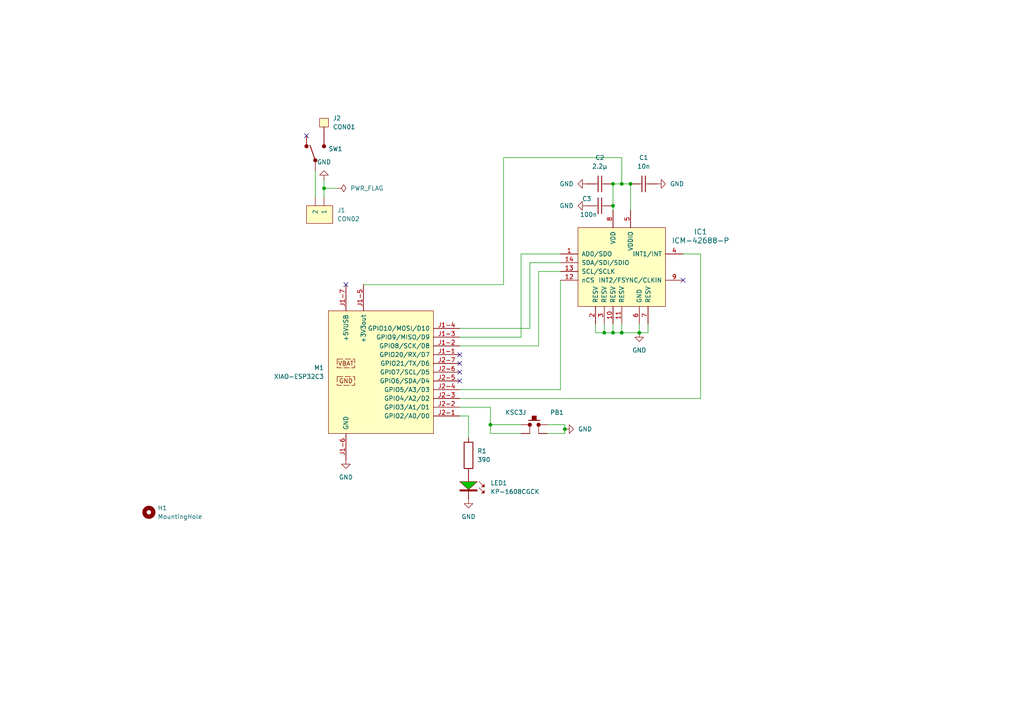
<source format=kicad_sch>
(kicad_sch (version 20250114) (generator "eeschema") (generator_version "9.0")
  (paper "A4")
  (lib_symbols
    (symbol "Mechanical:MountingHole" (pin_names (offset 1.016)) (in_bom no)
      (property "Reference" "H" (at 0 5.08 0))
      (property "Value" "MountingHole" (at 0 3.175 0))
      (symbol "MountingHole_0_1"
        (circle (center 0 0) (radius 1.27) (stroke (width 1.27)))
      )
    )
    (symbol "_GRZ_Connectors:CON01" (pin_numbers (hide yes)) (pin_names (offset 0) (hide yes))
      (property "Reference" "J" (at 3.81 2.54 0))
      (property "Value" "CON01" (at 5.08 -2.54 0))
      (symbol "CON01_0_1"
        (rectangle (start 2.54 1.27) (end 5.08 -1.27) (stroke (width 0.1524)) (fill (type background)))
      )
      (symbol "CON01_1_1"
        (pin passive line (at 0 0 0) (length 2.54) (name "~") (number "1"))
      )
    )
    (symbol "_GRZ_Connectors:CON02" (pin_numbers (hide yes)) (pin_names (offset 1.016))
      (property "Reference" "J" (at 5.08 3.81 0))
      (property "Value" "CON02" (at 5.08 -6.35 0))
      (symbol "CON02_0_1"
        (rectangle (start 2.54 2.54) (end 7.62 -5.08) (stroke (width 0.1524)) (fill (type background)))
      )
      (symbol "CON02_1_1"
        (pin passive line (at 0 0 0) (length 2.54) (name "1") (number "1"))
        (pin passive line (at 0 -2.54 0) (length 2.54) (name "2") (number "2"))
      )
    )
    (symbol "_GRZ_Modules:XIAO-ESP32C3" (pin_names (offset 1.016))
      (property "Reference" "M" (at -14.478 19.558 0))
      (property "Value" "XIAO-ESP32C3" (at 20.32 36.83 0))
      (symbol "XIAO-ESP32C3_1_1"
        (rectangle (start -15.24 17.78) (end 15.24 -17.78) (stroke (width 0.1524)) (fill (type background)))
        (rectangle (start -12.7 3.81) (end -7.62 1.27) (stroke (width 0) (type dash)))
        (rectangle (start -12.7 -1.27) (end -7.62 -3.81) (stroke (width 0) (type dash)))
        (text "VBAT" (at -10.16 2.54 0) (effects (font (size 1.27 1.27))))
        (text "GND" (at -10.16 -2.54 0) (effects (font (size 1.27 1.27))))
        (pin power_out line (at -10.16 25.4 270) (length 7.62) (name "+5VUSB") (number "J1-7"))
        (pin power_in line (at -10.16 -25.4 90) (length 7.62) (name "GND") (number "J1-6"))
        (pin power_out line (at -5.08 25.4 270) (length 7.62) (name "+3V3out") (number "J1-5"))
        (pin bidirectional line (at 22.86 12.7 180) (length 7.62) (name "GPIO10/MOSI/D10") (number "J1-4"))
        (pin bidirectional line (at 22.86 10.16 180) (length 7.62) (name "GPIO9/MISO/D9") (number "J1-3"))
        (pin bidirectional line (at 22.86 7.62 180) (length 7.62) (name "GPIO8/SCK/D8") (number "J1-2"))
        (pin bidirectional line (at 22.86 5.08 180) (length 7.62) (name "GPIO20/RX/D7") (number "J1-1"))
        (pin bidirectional line (at 22.86 2.54 180) (length 7.62) (name "GPIO21/TX/D6") (number "J2-7"))
        (pin bidirectional line (at 22.86 0 180) (length 7.62) (name "GPIO7/SCL/D5") (number "J2-6"))
        (pin bidirectional line (at 22.86 -2.54 180) (length 7.62) (name "GPIO6/SDA/D4") (number "J2-5"))
        (pin bidirectional line (at 22.86 -5.08 180) (length 7.62) (name "GPIO5/A3/D3") (number "J2-4"))
        (pin bidirectional line (at 22.86 -7.62 180) (length 7.62) (name "GPIO4/A2/D2") (number "J2-3"))
        (pin bidirectional line (at 22.86 -10.16 180) (length 7.62) (name "GPIO3/A1/D1") (number "J2-2"))
        (pin bidirectional line (at 22.86 -12.7 180) (length 7.62) (name "GPIO2/A0/D0") (number "J2-1"))
      )
    )
    (symbol "_GRZ_Opto:KP-1608CGCK" (pin_numbers (hide yes)) (pin_names (offset 0) (hide yes))
      (property "Reference" "LED" (at 1.27 6.35 0))
      (property "Value" "KP-1608CGCK" (at 1.27 -3.81 0))
      (symbol "KP-1608CGCK_1_1"
        (polyline (pts (xy 0 3.048) (xy 1.524 4.572)) (stroke (width 0.1524)))
        (polyline (pts (xy 0 2.54) (xy 0 -2.54) (xy 2.286 0) (xy 0 2.54)) (stroke (width 0.1524)) (fill (type color) (color 0 194 0 1)))
        (polyline (pts (xy 0.762 4.572) (xy 1.524 4.572) (xy 1.524 3.81) (xy 0.762 4.572)) (stroke (width 0.1524)) (fill (type outline)))
        (polyline (pts (xy 1.778 3.048) (xy 3.302 4.572)) (stroke (width 0.1524)))
        (rectangle (start 2.286 2.54) (end 2.794 -2.54) (stroke (width 0.0254)) (fill (type outline)))
        (polyline (pts (xy 2.54 4.572) (xy 3.302 4.572) (xy 3.302 3.81) (xy 2.54 4.572)) (stroke (width 0.1524)) (fill (type outline)))
        (pin passive line (at -2.54 0 0) (length 2.54) (name "A") (number "2"))
        (pin passive line (at 5.08 0 180) (length 2.54) (name "K") (number "1"))
      )
    )
    (symbol "_GRZ_Passive:CAP" (pin_numbers (hide yes)) (pin_names (offset 0) (hide yes))
      (property "Reference" "C" (at 5.08 0 0))
      (property "Value" "CAP" (at 5.08 -2.54 0))
      (symbol "CAP_0_1"
        (polyline (pts (xy -2.286 -0.762) (xy 2.286 -0.762)) (stroke (width 0.254)))
        (polyline (pts (xy -2.286 -1.778) (xy 2.286 -1.778)) (stroke (width 0.254)))
        (polyline (pts (xy 0 -0.762) (xy 0 0)) (stroke (width 0.1524)))
        (polyline (pts (xy 0 -2.54) (xy 0 -1.778)) (stroke (width 0.1524)))
      )
      (symbol "CAP_1_1"
        (pin passive line (at 0 2.54 270) (length 2.54) (name "~") (number "1"))
        (pin passive line (at 0 -5.08 90) (length 2.54) (name "~") (number "2"))
      )
    )
    (symbol "_GRZ_Passive:RES2" (pin_numbers (hide yes)) (pin_names (offset 0))
      (property "Reference" "R" (at 3.175 1.905 0))
      (property "Value" "RES2" (at 4.445 -1.905 0))
      (symbol "RES2_0_1"
        (rectangle (start -1.27 3.81) (end 1.27 -3.81) (stroke (width 0.254)))
      )
      (symbol "RES2_1_1"
        (pin passive line (at 0 5.08 270) (length 1.27) (name "~") (number "1"))
        (pin passive line (at 0 -5.08 90) (length 1.27) (name "~") (number "2"))
      )
    )
    (symbol "_GRZ_Power:PWR_FLAG" (power) (pin_numbers (hide yes)) (pin_names (offset 0) (hide yes))
      (property "Value" "PWR_FLAG" (at 0 3.81 0))
      (symbol "PWR_FLAG_0_0"
        (pin power_out line (at 0 0 90) (length 0) (name "pwr") (number "1"))
      )
      (symbol "PWR_FLAG_0_1"
        (polyline (pts (xy 0 0) (xy 0 1.27) (xy -1.016 1.905) (xy 0 2.54) (xy 1.016 1.905) (xy 0 1.27)))
      )
    )
    (symbol "_GRZ_Sensors:ICM-42688-P" (pin_names (offset 1.016))
      (property "Reference" "IC" (at -7.62 12.7 0))
      (property "Value" "ICM-42688-P" (at 12.7 12.7 0))
      (symbol "ICM-42688-P_1_1"
        (rectangle (start -12.7 10.16) (end 12.7 -12.7) (stroke (width 0.1524)) (fill (type background)))
        (pin bidirectional line (at -17.78 2.54 0) (length 5.08) (name "AD0/SDO") (number "1"))
        (pin bidirectional line (at -17.78 0 0) (length 5.08) (name "SDA/SDI/SDIO") (number "14"))
        (pin bidirectional line (at -17.78 -2.54 0) (length 5.08) (name "SCL/SCLK") (number "13"))
        (pin input line (at -17.78 -5.08 0) (length 5.08) (name "nCS") (number "12"))
        (pin passive line (at -7.62 -17.78 90) (length 5.08) (name "RESV") (number "2"))
        (pin passive line (at -5.08 -17.78 90) (length 5.08) (name "RESV") (number "3"))
        (pin power_in line (at -2.54 15.24 270) (length 5.08) (name "VDD") (number "8"))
        (pin passive line (at -2.54 -17.78 90) (length 5.08) (name "RESV") (number "10"))
        (pin passive line (at 0 -17.78 90) (length 5.08) (name "RESV") (number "11"))
        (pin power_in line (at 2.54 15.24 270) (length 5.08) (name "VDDIO") (number "5"))
        (pin power_in line (at 5.08 -17.78 90) (length 5.08) (name "GND") (number "6"))
        (pin passive line (at 7.62 -17.78 90) (length 5.08) (name "RESV") (number "7"))
        (pin output line (at 17.78 2.54 180) (length 5.08) (name "INT1/INT") (number "4"))
        (pin bidirectional line (at 17.78 -5.08 180) (length 5.08) (name "INT2/FSYNC/CLKIN") (number "9"))
      )
    )
    (symbol "_GRZ_Switches:1K2" (pin_numbers (hide yes)) (pin_names (offset 0) (hide yes))
      (property "Reference" "SW" (at 0 4.318 0))
      (property "Value" "1K2" (at 0 -5.08 0))
      (symbol "1K2_0_0"
        (circle (center -2.032 0) (radius 0.508) (fill (type outline)))
        (circle (center 2.032 -2.54) (radius 0.508) (fill (type outline)))
      )
      (symbol "1K2_0_1"
        (polyline (pts (xy -2.032 0) (xy 2.286 1.524)) (stroke (width 0.254)))
        (circle (center 2.032 2.54) (radius 0.508) (fill (type outline)))
      )
      (symbol "1K2_1_1"
        (pin passive line (at -5.08 0 0) (length 2.54) (name "~") (number "1"))
        (pin passive line (at 5.08 2.54 180) (length 2.54) (name "~") (number "2"))
        (pin passive line (at 5.08 -2.54 180) (length 2.54) (name "~") (number "3"))
      )
    )
    (symbol "_GRZ_Switches:KSC3J" (pin_numbers (hide yes)) (pin_names (offset 1.016) (hide yes))
      (property "Reference" "PB" (at 0 10.16 0))
      (property "Value" "KSC3J" (at 0 7.62 0))
      (symbol "KSC3J_0_0"
        (pin passive line (at -2.54 2.54 0) (length 1.27) (name "~") (number "4"))
        (pin passive line (at 5.08 2.54 180) (length 1.27) (name "~") (number "3"))
      )
      (symbol "KSC3J_0_1"
        (polyline (pts (xy -1.27 2.54) (xy -0.508 2.54)))
        (circle (center 0 2.54) (radius 0.508) (fill (type outline)))
        (polyline (pts (xy 0 2.54) (xy 0 0)))
        (rectangle (start 0.635 3.81) (end 1.905 5.08) (stroke (width 0.1524)) (fill (type outline)))
        (polyline (pts (xy 2.54 2.54) (xy 2.54 0)))
        (circle (center 2.54 2.54) (radius 0.508) (fill (type outline)))
        (polyline (pts (xy 2.921 3.81) (xy -0.381 3.81)) (stroke (width 0.254)))
        (polyline (pts (xy 3.81 2.54) (xy 3.048 2.54)))
        (pin passive line (at -2.54 0 0) (length 2.54) (name "~") (number "1"))
        (pin passive line (at 5.08 0 180) (length 2.54) (name "~") (number "2"))
      )
    )
    (symbol "power:GND" (power) (pin_numbers (hide yes)) (pin_names (offset 0) (hide yes))
      (property "Value" "GND" (at 0 -3.81 0))
      (symbol "GND_0_1"
        (polyline (pts (xy 0 0) (xy 0 -1.27) (xy 1.27 -1.27) (xy 0 -2.54) (xy -1.27 -1.27) (xy 0 -1.27)))
      )
      (symbol "GND_1_1"
        (pin power_in line (at 0 0 270) (length 0) (name "~") (number "1"))
      )
    )
  )
  (junction (at 182.88 53.34))
  (junction (at 177.8 59.69))
  (junction (at 177.8 53.34))
  (junction (at 163.83 124.46))
  (junction (at 185.42 96.52))
  (junction (at 142.24 123.19))
  (junction (at 177.8 96.52))
  (junction (at 175.26 96.52))
  (junction (at 180.34 96.52))
  (junction (at 180.34 53.34))
  (junction (at 93.98 54.61))
  (no_connect (at 133.35 107.95))
  (no_connect (at 88.9 39.37))
  (no_connect (at 133.35 102.87))
  (no_connect (at 133.35 105.41))
  (no_connect (at 198.12 81.28))
  (no_connect (at 133.35 110.49))
  (no_connect (at 100.33 82.55))
  (wire (pts (xy 182.88 53.34) (xy 182.88 60.96)))
  (wire (pts (xy 187.96 96.52) (xy 187.96 93.98)))
  (wire (pts (xy 198.12 73.66) (xy 203.2 73.66)))
  (wire (pts (xy 175.26 93.98) (xy 175.26 96.52)))
  (wire (pts (xy 153.67 95.25) (xy 153.67 76.2)))
  (wire (pts (xy 172.72 93.98) (xy 172.72 96.52)))
  (wire (pts (xy 177.8 59.69) (xy 177.8 53.34)))
  (wire (pts (xy 203.2 73.66) (xy 203.2 115.57)))
  (wire (pts (xy 185.42 93.98) (xy 185.42 96.52)))
  (wire (pts (xy 146.05 45.72) (xy 146.05 82.55)))
  (wire (pts (xy 151.13 97.79) (xy 151.13 73.66)))
  (wire (pts (xy 93.98 54.61) (xy 93.98 52.07)))
  (wire (pts (xy 156.21 100.33) (xy 156.21 78.74)))
  (wire (pts (xy 175.26 96.52) (xy 177.8 96.52)))
  (wire (pts (xy 156.21 78.74) (xy 162.56 78.74)))
  (wire (pts (xy 177.8 93.98) (xy 177.8 96.52)))
  (wire (pts (xy 180.34 53.34) (xy 182.88 53.34)))
  (wire (pts (xy 133.35 118.11) (xy 142.24 118.11)))
  (wire (pts (xy 180.34 96.52) (xy 185.42 96.52)))
  (wire (pts (xy 151.13 73.66) (xy 162.56 73.66)))
  (wire (pts (xy 177.8 96.52) (xy 180.34 96.52)))
  (wire (pts (xy 142.24 118.11) (xy 142.24 123.19)))
  (wire (pts (xy 97.79 54.61) (xy 93.98 54.61)))
  (wire (pts (xy 185.42 96.52) (xy 187.96 96.52)))
  (wire (pts (xy 163.83 124.46) (xy 163.83 125.73)))
  (wire (pts (xy 133.35 120.65) (xy 135.89 120.65)))
  (wire (pts (xy 105.41 82.55) (xy 146.05 82.55)))
  (wire (pts (xy 177.8 53.34) (xy 180.34 53.34)))
  (wire (pts (xy 162.56 113.03) (xy 162.56 81.28)))
  (wire (pts (xy 133.35 97.79) (xy 151.13 97.79)))
  (wire (pts (xy 93.98 57.15) (xy 93.98 54.61)))
  (wire (pts (xy 146.05 45.72) (xy 180.34 45.72)))
  (wire (pts (xy 133.35 100.33) (xy 156.21 100.33)))
  (wire (pts (xy 142.24 123.19) (xy 142.24 125.73)))
  (wire (pts (xy 180.34 45.72) (xy 180.34 53.34)))
  (wire (pts (xy 177.8 60.96) (xy 177.8 59.69)))
  (wire (pts (xy 91.44 57.15) (xy 91.44 49.53)))
  (wire (pts (xy 133.35 113.03) (xy 162.56 113.03)))
  (wire (pts (xy 133.35 95.25) (xy 153.67 95.25)))
  (wire (pts (xy 142.24 123.19) (xy 151.13 123.19)))
  (wire (pts (xy 158.75 123.19) (xy 163.83 123.19)))
  (wire (pts (xy 172.72 96.52) (xy 175.26 96.52)))
  (wire (pts (xy 153.67 76.2) (xy 162.56 76.2)))
  (wire (pts (xy 163.83 125.73) (xy 158.75 125.73)))
  (wire (pts (xy 163.83 123.19) (xy 163.83 124.46)))
  (wire (pts (xy 180.34 93.98) (xy 180.34 96.52)))
  (wire (pts (xy 203.2 115.57) (xy 133.35 115.57)))
  (wire (pts (xy 135.89 120.65) (xy 135.89 127)))
  (wire (pts (xy 151.13 125.73) (xy 142.24 125.73)))
  (symbol (lib_id "_GRZ_Power:PWR_FLAG") (at 97.79 54.61 270) (unit 1)
    (property "Reference" "#FLG01" (effects (hide yes)))
    (property "Value" "PWR_FLAG" (at 101.6 54.6099 90) (effects (justify left)))
  )
  (symbol (lib_id "_GRZ_Switches:1K2") (at 91.44 44.45 90) (unit 1)
    (property "Reference" "SW1" (at 95.25 43.1799 90) (effects (justify right)))
    (property "Value" "1K2" (effects (hide yes)))
    (property "Footprint" "_Switches_GRZ:1K2_90deg" (effects (hide yes)))
    (property "Description" "Switch, single pole double throw" (effects (hide yes)))
  )
  (symbol (lib_id "power:GND") (at 100.33 133.35 0) (unit 1)
    (property "Reference" "#PWR01" (effects (hide yes)))
    (property "Value" "GND" (at 100.33 138.43 0))
    (property "Description" "Power symbol creates a global label with name \"GND\" , ground" (effects (hide yes)))
  )
  (symbol (lib_id "power:GND") (at 135.89 144.78 0) (unit 1)
    (property "Reference" "#PWR06" (effects (hide yes)))
    (property "Value" "GND" (at 135.89 149.86 0))
    (property "Description" "Power symbol creates a global label with name \"GND\" , ground" (effects (hide yes)))
  )
  (symbol (lib_id "_GRZ_Sensors:ICM-42688-P") (at 180.34 76.2 0) (unit 1)
    (property "Reference" "IC1" (at 203.2 67.2398 0) (effects (font (size 1.524 1.524))))
    (property "Value" "ICM-42688-P" (at 203.2 69.7798 0) (effects (font (size 1.524 1.524))))
    (property "Footprint" "_Sensors_GRZ:ICM-42688-P" (effects (hide yes)))
    (property "MFR" "TDK Invensense" (effects (hide yes)))
  )
  (symbol (lib_id "power:GND") (at 190.5 53.34 90) (unit 1)
    (property "Reference" "#PWR08" (effects (hide yes)))
    (property "Value" "GND" (at 194.31 53.3399 90) (effects (justify right)))
    (property "Description" "Power symbol creates a global label with name \"GND\" , ground" (effects (hide yes)))
  )
  (symbol (lib_id "_GRZ_Passive:RES2") (at 135.89 132.08 180) (unit 1)
    (property "Reference" "R1" (at 138.43 130.8099 0) (effects (justify right)))
    (property "Value" "390" (at 138.43 133.3499 0) (effects (justify right)))
    (property "Footprint" "_Resistors_GRZ:R_0603" (effects (hide yes)))
  )
  (symbol (lib_id "Mechanical:MountingHole") (at 43.18 148.59 0) (unit 1) (in_bom no)
    (property "Reference" "H1" (at 45.72 147.3199 0) (effects (justify left)))
    (property "Value" "MountingHole" (at 45.72 149.8599 0) (effects (justify left)))
    (property "Footprint" "_MountingHole_GRZ:MountingHole_2.2mm_M2" (effects (hide yes)))
    (property "Description" "Mounting Hole without connection" (effects (hide yes)))
  )
  (symbol (lib_id "_GRZ_Connectors:CON01") (at 93.98 39.37 90) (unit 1)
    (property "Reference" "J2" (at 96.52 34.2899 90) (effects (justify right)))
    (property "Value" "CON01" (at 96.52 36.8299 90) (effects (justify right)))
    (property "Footprint" "_Wire_Pads_GRZ:SquareWirePad_SMD_2x4mm" (effects (hide yes)))
  )
  (symbol (lib_id "_GRZ_Modules:XIAO-ESP32C3") (at 110.49 107.95 0) (unit 1)
    (property "Reference" "M1" (at 93.98 106.6799 0) (effects (justify right)))
    (property "Value" "XIAO-ESP32C3" (at 93.98 109.2199 0) (effects (justify right)))
    (property "Footprint" "_Modules_GRZ:XIAO-ESP32C3_Socket_SMD" (effects (hide yes)))
  )
  (symbol (lib_id "_GRZ_Passive:CAP") (at 172.72 59.69 90) (unit 1)
    (property "Reference" "C3" (at 170.18 57.658 90))
    (property "Value" "100n" (at 170.688 62.23 90))
    (property "Footprint" "_Capacitors_GRZ:C_0603" (effects (hide yes)))
  )
  (symbol (lib_id "_GRZ_Switches:KSC3J") (at 153.67 125.73 0) (unit 1)
    (property "Reference" "PB1" (at 161.544 119.634 0))
    (property "Value" "KSC3J" (at 149.606 119.634 0))
    (property "Footprint" "_Switches_GRZ:KSC3J" (effects (hide yes)))
    (property "Description" "Sealed Tact Switch for SMT" (effects (hide yes)))
  )
  (symbol (lib_id "power:GND") (at 170.18 53.34 270) (unit 1)
    (property "Reference" "#PWR04" (effects (hide yes)))
    (property "Value" "GND" (at 166.37 53.3399 90) (effects (justify right)))
    (property "Description" "Power symbol creates a global label with name \"GND\" , ground" (effects (hide yes)))
  )
  (symbol (lib_id "_GRZ_Connectors:CON02") (at 93.98 57.15 270) (unit 1)
    (property "Reference" "J1" (at 97.79 60.9599 90) (effects (justify left)))
    (property "Value" "CON02" (at 97.79 63.4999 90) (effects (justify left)))
    (property "Footprint" "_Connectors_GRZ:PicoBlade_53261-0271" (effects (hide yes)))
  )
  (symbol (lib_id "_GRZ_Passive:CAP") (at 185.42 53.34 90) (unit 1)
    (property "Reference" "C1" (at 186.69 45.72 90))
    (property "Value" "10n" (at 186.69 48.26 90))
    (property "Footprint" "_Capacitors_GRZ:C_0603" (effects (hide yes)))
  )
  (symbol (lib_id "power:GND") (at 185.42 96.52 0) (unit 1)
    (property "Reference" "#PWR03" (effects (hide yes)))
    (property "Value" "GND" (at 185.42 101.6 0))
    (property "Description" "Power symbol creates a global label with name \"GND\" , ground" (effects (hide yes)))
  )
  (symbol (lib_id "power:GND") (at 93.98 52.07 180) (unit 1)
    (property "Reference" "#PWR05" (effects (hide yes)))
    (property "Value" "GND" (at 93.98 46.99 0))
    (property "Description" "Power symbol creates a global label with name \"GND\" , ground" (effects (hide yes)))
  )
  (symbol (lib_id "power:GND") (at 170.18 59.69 270) (unit 1)
    (property "Reference" "#PWR02" (effects (hide yes)))
    (property "Value" "GND" (at 166.37 59.6899 90) (effects (justify right)))
    (property "Description" "Power symbol creates a global label with name \"GND\" , ground" (effects (hide yes)))
  )
  (symbol (lib_id "power:GND") (at 163.83 124.46 90) (unit 1)
    (property "Reference" "#PWR07" (effects (hide yes)))
    (property "Value" "GND" (at 167.64 124.4599 90) (effects (justify right)))
    (property "Description" "Power symbol creates a global label with name \"GND\" , ground" (effects (hide yes)))
  )
  (symbol (lib_id "_GRZ_Opto:KP-1608CGCK") (at 135.89 139.7 270) (unit 1)
    (property "Reference" "LED1" (at 142.24 140.0809 90) (effects (justify left)))
    (property "Value" "KP-1608CGCK" (at 142.24 142.6209 90) (effects (justify left)))
    (property "Footprint" "_Opto_GRZ:KP-1608CGCK" (effects (hide yes)))
    (property "Description" "1.6x0.8mm SMD Chip LED Lamp Green" (effects (hide yes)))
    (property "MFR" "Kingbright" (effects (hide yes)))
    (property "MFR REF" "KP-1608CGCK" (effects (hide yes)))
  )
  (symbol (lib_id "_GRZ_Passive:CAP") (at 172.72 53.34 90) (unit 1)
    (property "Reference" "C2" (at 173.99 45.72 90))
    (property "Value" "2.2µ" (at 173.99 48.26 90))
    (property "Footprint" "_Capacitors_GRZ:C_0603" (effects (hide yes)))
  )
)
</source>
